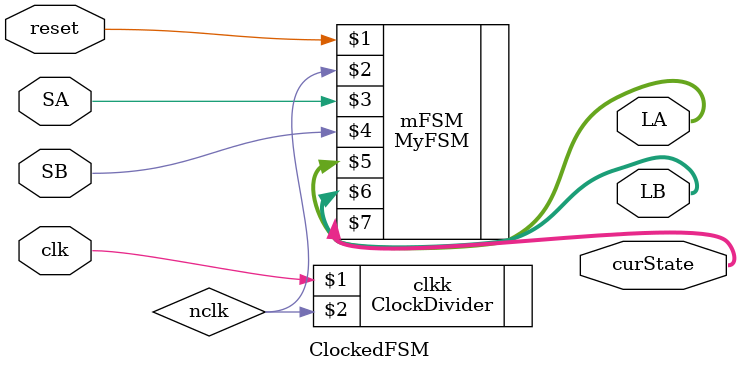
<source format=sv>
`timescale 1ns / 1ps


module ClockedFSM(input logic reset, clk, SA, SB,
                  output logic [2:0] LA, LB,
                  output logic [2:0] curState);
                  
      logic nclk;            
      ClockDivider clkk(clk, nclk);
      MyFSM mFSM(reset, nclk, SA, SB, LA, LB, curState);
      
endmodule

</source>
